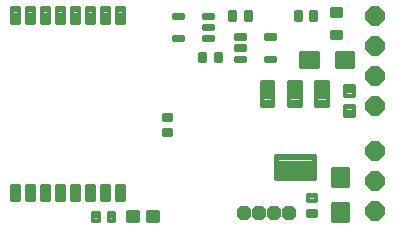
<source format=gbs>
G04 EAGLE Gerber RS-274X export*
G75*
%MOMM*%
%FSLAX34Y34*%
%LPD*%
%INSoldermask Bottom*%
%IPPOS*%
%AMOC8*
5,1,8,0,0,1.08239X$1,22.5*%
G01*
%ADD10C,0.381750*%
%ADD11C,0.380419*%
%ADD12C,0.371909*%
%ADD13C,0.376934*%
%ADD14C,0.465400*%
%ADD15C,0.379119*%
%ADD16C,0.379988*%
%ADD17P,1.787026X8X22.500000*%
%ADD18P,1.347143X8X112.500000*%
%ADD19C,0.380069*%


D10*
X376862Y92412D02*
X376862Y105864D01*
X388314Y105864D01*
X388314Y92412D01*
X376862Y92412D01*
X376862Y96039D02*
X388314Y96039D01*
X388314Y99666D02*
X376862Y99666D01*
X376862Y103293D02*
X388314Y103293D01*
X388314Y75864D02*
X388314Y62412D01*
X376862Y62412D01*
X376862Y75864D01*
X388314Y75864D01*
X388314Y66039D02*
X376862Y66039D01*
X376862Y69666D02*
X388314Y69666D01*
X388314Y73293D02*
X376862Y73293D01*
D11*
X355542Y78880D02*
X355542Y83346D01*
X362008Y83346D01*
X362008Y78880D01*
X355542Y78880D01*
X355542Y82494D02*
X362008Y82494D01*
X355542Y70346D02*
X355542Y65880D01*
X355542Y70346D02*
X362008Y70346D01*
X362008Y65880D01*
X355542Y65880D01*
X355542Y69494D02*
X362008Y69494D01*
D12*
X386749Y167737D02*
X386749Y176289D01*
X394301Y176289D01*
X394301Y167737D01*
X386749Y167737D01*
X386749Y171270D02*
X394301Y171270D01*
X394301Y174803D02*
X386749Y174803D01*
X386749Y159289D02*
X386749Y150737D01*
X386749Y159289D02*
X394301Y159289D01*
X394301Y150737D01*
X386749Y150737D01*
X386749Y154270D02*
X394301Y154270D01*
X394301Y157803D02*
X386749Y157803D01*
D13*
X326221Y159174D02*
X316527Y159174D01*
X316527Y179028D01*
X326221Y179028D01*
X326221Y159174D01*
X326221Y162755D02*
X316527Y162755D01*
X316527Y166336D02*
X326221Y166336D01*
X326221Y169917D02*
X316527Y169917D01*
X316527Y173498D02*
X326221Y173498D01*
X326221Y177079D02*
X316527Y177079D01*
X339641Y159174D02*
X349335Y159174D01*
X339641Y159174D02*
X339641Y179028D01*
X349335Y179028D01*
X349335Y159174D01*
X349335Y162755D02*
X339641Y162755D01*
X339641Y166336D02*
X349335Y166336D01*
X349335Y169917D02*
X339641Y169917D01*
X339641Y173498D02*
X349335Y173498D01*
X349335Y177079D02*
X339641Y177079D01*
X362755Y159174D02*
X372449Y159174D01*
X362755Y159174D02*
X362755Y179028D01*
X372449Y179028D01*
X372449Y159174D01*
X372449Y162755D02*
X362755Y162755D01*
X362755Y166336D02*
X372449Y166336D01*
X372449Y169917D02*
X362755Y169917D01*
X362755Y173498D02*
X372449Y173498D01*
X372449Y177079D02*
X362755Y177079D01*
D14*
X360796Y97815D02*
X328180Y97815D01*
X328180Y116431D01*
X360796Y116431D01*
X360796Y97815D01*
X360796Y102236D02*
X328180Y102236D01*
X328180Y106657D02*
X360796Y106657D01*
X360796Y111078D02*
X328180Y111078D01*
X328180Y115499D02*
X360796Y115499D01*
D10*
X379749Y204164D02*
X393201Y204164D01*
X393201Y192712D01*
X379749Y192712D01*
X379749Y204164D01*
X379749Y196339D02*
X393201Y196339D01*
X393201Y199966D02*
X379749Y199966D01*
X379749Y203593D02*
X393201Y203593D01*
X363201Y192712D02*
X349749Y192712D01*
X349749Y204164D01*
X363201Y204164D01*
X363201Y192712D01*
X363201Y196339D02*
X349749Y196339D01*
X349749Y199966D02*
X363201Y199966D01*
X363201Y203593D02*
X349749Y203593D01*
D11*
X191296Y68321D02*
X186830Y68321D01*
X191296Y68321D02*
X191296Y61855D01*
X186830Y61855D01*
X186830Y68321D01*
X186830Y65469D02*
X191296Y65469D01*
X178296Y68321D02*
X173830Y68321D01*
X178296Y68321D02*
X178296Y61855D01*
X173830Y61855D01*
X173830Y68321D01*
X173830Y65469D02*
X178296Y65469D01*
D12*
X203124Y61312D02*
X211676Y61312D01*
X203124Y61312D02*
X203124Y68864D01*
X211676Y68864D01*
X211676Y61312D01*
X211676Y64845D02*
X203124Y64845D01*
X203124Y68378D02*
X211676Y68378D01*
X220124Y61312D02*
X228676Y61312D01*
X220124Y61312D02*
X220124Y68864D01*
X228676Y68864D01*
X228676Y61312D01*
X228676Y64845D02*
X220124Y64845D01*
X220124Y68378D02*
X228676Y68378D01*
D15*
X301940Y196973D02*
X301940Y199953D01*
X301940Y196973D02*
X294560Y196973D01*
X294560Y199953D01*
X301940Y199953D01*
X301940Y206473D02*
X301940Y209453D01*
X301940Y206473D02*
X294560Y206473D01*
X294560Y209453D01*
X301940Y209453D01*
X301940Y215973D02*
X301940Y218953D01*
X301940Y215973D02*
X294560Y215973D01*
X294560Y218953D01*
X301940Y218953D01*
X327840Y218953D02*
X327840Y215973D01*
X320460Y215973D01*
X320460Y218953D01*
X327840Y218953D01*
X327840Y199953D02*
X327840Y196973D01*
X320460Y196973D01*
X320460Y199953D01*
X327840Y199953D01*
D11*
X268783Y196792D02*
X264317Y196792D01*
X264317Y203258D01*
X268783Y203258D01*
X268783Y196792D01*
X268783Y200406D02*
X264317Y200406D01*
X277317Y196792D02*
X281783Y196792D01*
X277317Y196792D02*
X277317Y203258D01*
X281783Y203258D01*
X281783Y196792D01*
X281783Y200406D02*
X277317Y200406D01*
D16*
X200085Y91573D02*
X200085Y79103D01*
X193615Y79103D01*
X193615Y91573D01*
X200085Y91573D01*
X200085Y82713D02*
X193615Y82713D01*
X193615Y86323D02*
X200085Y86323D01*
X200085Y89933D02*
X193615Y89933D01*
X193615Y229103D02*
X193615Y241573D01*
X200085Y241573D01*
X200085Y229103D01*
X193615Y229103D01*
X193615Y232713D02*
X200085Y232713D01*
X200085Y236323D02*
X193615Y236323D01*
X193615Y239933D02*
X200085Y239933D01*
X104715Y241573D02*
X104715Y229103D01*
X104715Y241573D02*
X111185Y241573D01*
X111185Y229103D01*
X104715Y229103D01*
X104715Y232713D02*
X111185Y232713D01*
X111185Y236323D02*
X104715Y236323D01*
X104715Y239933D02*
X111185Y239933D01*
X117415Y241573D02*
X117415Y229103D01*
X117415Y241573D02*
X123885Y241573D01*
X123885Y229103D01*
X117415Y229103D01*
X117415Y232713D02*
X123885Y232713D01*
X123885Y236323D02*
X117415Y236323D01*
X117415Y239933D02*
X123885Y239933D01*
X130115Y241573D02*
X130115Y229103D01*
X130115Y241573D02*
X136585Y241573D01*
X136585Y229103D01*
X130115Y229103D01*
X130115Y232713D02*
X136585Y232713D01*
X136585Y236323D02*
X130115Y236323D01*
X130115Y239933D02*
X136585Y239933D01*
X142815Y241573D02*
X142815Y229103D01*
X142815Y241573D02*
X149285Y241573D01*
X149285Y229103D01*
X142815Y229103D01*
X142815Y232713D02*
X149285Y232713D01*
X149285Y236323D02*
X142815Y236323D01*
X142815Y239933D02*
X149285Y239933D01*
X155515Y241573D02*
X155515Y229103D01*
X155515Y241573D02*
X161985Y241573D01*
X161985Y229103D01*
X155515Y229103D01*
X155515Y232713D02*
X161985Y232713D01*
X161985Y236323D02*
X155515Y236323D01*
X155515Y239933D02*
X161985Y239933D01*
X168215Y241573D02*
X168215Y229103D01*
X168215Y241573D02*
X174685Y241573D01*
X174685Y229103D01*
X168215Y229103D01*
X168215Y232713D02*
X174685Y232713D01*
X174685Y236323D02*
X168215Y236323D01*
X168215Y239933D02*
X174685Y239933D01*
X180915Y241573D02*
X180915Y229103D01*
X180915Y241573D02*
X187385Y241573D01*
X187385Y229103D01*
X180915Y229103D01*
X180915Y232713D02*
X187385Y232713D01*
X187385Y236323D02*
X180915Y236323D01*
X180915Y239933D02*
X187385Y239933D01*
X187385Y91573D02*
X187385Y79103D01*
X180915Y79103D01*
X180915Y91573D01*
X187385Y91573D01*
X187385Y82713D02*
X180915Y82713D01*
X180915Y86323D02*
X187385Y86323D01*
X187385Y89933D02*
X180915Y89933D01*
X174685Y91573D02*
X174685Y79103D01*
X168215Y79103D01*
X168215Y91573D01*
X174685Y91573D01*
X174685Y82713D02*
X168215Y82713D01*
X168215Y86323D02*
X174685Y86323D01*
X174685Y89933D02*
X168215Y89933D01*
X161985Y91573D02*
X161985Y79103D01*
X155515Y79103D01*
X155515Y91573D01*
X161985Y91573D01*
X161985Y82713D02*
X155515Y82713D01*
X155515Y86323D02*
X161985Y86323D01*
X161985Y89933D02*
X155515Y89933D01*
X149285Y91573D02*
X149285Y79103D01*
X142815Y79103D01*
X142815Y91573D01*
X149285Y91573D01*
X149285Y82713D02*
X142815Y82713D01*
X142815Y86323D02*
X149285Y86323D01*
X149285Y89933D02*
X142815Y89933D01*
X136585Y91573D02*
X136585Y79103D01*
X130115Y79103D01*
X130115Y91573D01*
X136585Y91573D01*
X136585Y82713D02*
X130115Y82713D01*
X130115Y86323D02*
X136585Y86323D01*
X136585Y89933D02*
X130115Y89933D01*
X123885Y91573D02*
X123885Y79103D01*
X117415Y79103D01*
X117415Y91573D01*
X123885Y91573D01*
X123885Y82713D02*
X117415Y82713D01*
X117415Y86323D02*
X123885Y86323D01*
X123885Y89933D02*
X117415Y89933D01*
X111185Y91573D02*
X111185Y79103D01*
X104715Y79103D01*
X104715Y91573D01*
X111185Y91573D01*
X111185Y82713D02*
X104715Y82713D01*
X104715Y86323D02*
X111185Y86323D01*
X111185Y89933D02*
X104715Y89933D01*
D15*
X267973Y233435D02*
X267973Y236415D01*
X275353Y236415D01*
X275353Y233435D01*
X267973Y233435D01*
X267973Y226915D02*
X267973Y223935D01*
X267973Y226915D02*
X275353Y226915D01*
X275353Y223935D01*
X267973Y223935D01*
X267973Y217415D02*
X267973Y214435D01*
X267973Y217415D02*
X275353Y217415D01*
X275353Y214435D01*
X267973Y214435D01*
X242073Y214435D02*
X242073Y217415D01*
X249453Y217415D01*
X249453Y214435D01*
X242073Y214435D01*
X242073Y233435D02*
X242073Y236415D01*
X249453Y236415D01*
X249453Y233435D01*
X242073Y233435D01*
D11*
X289717Y231717D02*
X294183Y231717D01*
X289717Y231717D02*
X289717Y238183D01*
X294183Y238183D01*
X294183Y231717D01*
X294183Y235331D02*
X289717Y235331D01*
X302717Y231717D02*
X307183Y231717D01*
X302717Y231717D02*
X302717Y238183D01*
X307183Y238183D01*
X307183Y231717D01*
X307183Y235331D02*
X302717Y235331D01*
D17*
X412750Y209550D03*
X412750Y234950D03*
X412750Y184150D03*
X412750Y158750D03*
X412750Y95250D03*
X412750Y120650D03*
X412750Y69850D03*
D18*
X327025Y68263D03*
X314325Y68263D03*
X301625Y68263D03*
X339725Y68263D03*
D11*
X239771Y134142D02*
X239771Y138608D01*
X239771Y134142D02*
X233305Y134142D01*
X233305Y138608D01*
X239771Y138608D01*
X239771Y137756D02*
X233305Y137756D01*
X239771Y147142D02*
X239771Y151608D01*
X239771Y147142D02*
X233305Y147142D01*
X233305Y151608D01*
X239771Y151608D01*
X239771Y150756D02*
X233305Y150756D01*
X345280Y231717D02*
X349746Y231717D01*
X345280Y231717D02*
X345280Y238183D01*
X349746Y238183D01*
X349746Y231717D01*
X349746Y235331D02*
X345280Y235331D01*
X358280Y231717D02*
X362746Y231717D01*
X358280Y231717D02*
X358280Y238183D01*
X362746Y238183D01*
X362746Y231717D01*
X362746Y235331D02*
X358280Y235331D01*
D19*
X375678Y235365D02*
X375678Y240835D01*
X383148Y240835D01*
X383148Y235365D01*
X375678Y235365D01*
X375678Y238976D02*
X383148Y238976D01*
X375678Y221835D02*
X375678Y216365D01*
X375678Y221835D02*
X383148Y221835D01*
X383148Y216365D01*
X375678Y216365D01*
X375678Y219976D02*
X383148Y219976D01*
M02*

</source>
